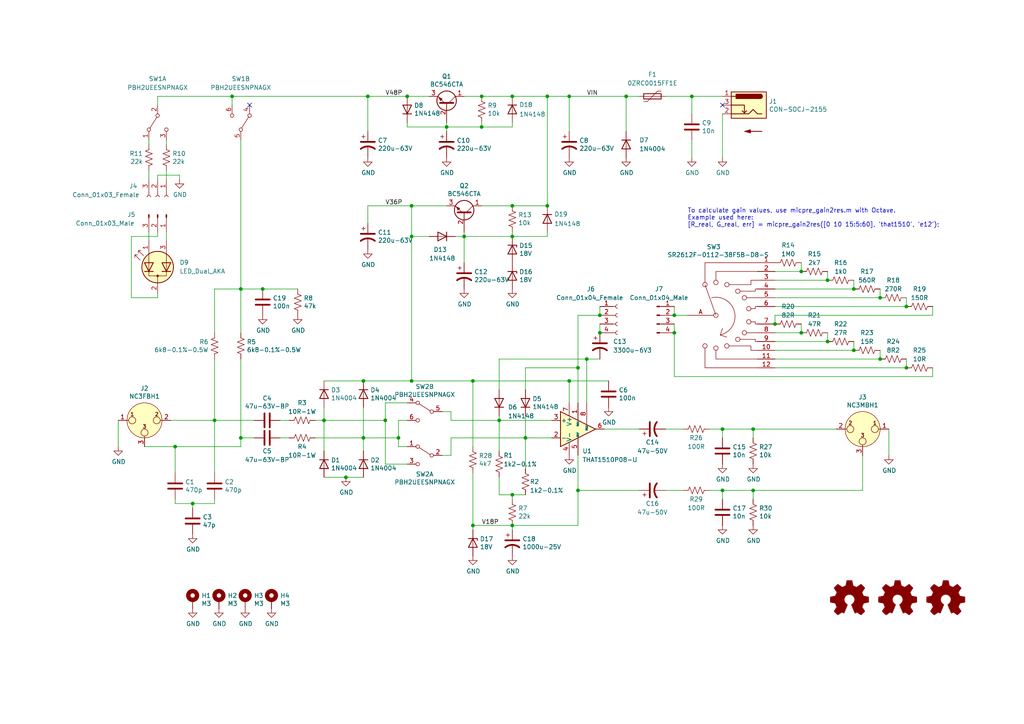
<source format=kicad_sch>
(kicad_sch (version 20211123) (generator eeschema)
  (paper "A4")
  (title_block (title "ThatMicPre") (date "2020-06-07") (rev "1.1") (company "github.com/ojg/thatmicpre"))
  (lib_symbols
    (symbol "Amplifier_Audio:SSM2017P" (pin_names (offset 0.127))
      (property "Reference" "U" (at 7.62 5.08 0))
      (property "Value" "SSM2017P" (at 7.62 2.54 0))
      (symbol "SSM2017P_1_1"
        (pin input line (at 0 7.62 270) (length 5.08) (name "RG1") (number "1"))
        (pin input line (at -7.62 -2.54 0) (length 2.54) (name "-") (number "2"))
        (pin input line (at -7.62 2.54 0) (length 2.54) (name "+") (number "3"))
        (pin power_in line (at -2.54 -7.62 90) (length 3.81) (name "V-") (number "4"))
        (pin input line (at 0 -7.62 90) (length 5.08) (name "REF") (number "5"))
        (pin output line (at 7.62 0 180) (length 2.54) (name "~") (number "6"))
        (pin power_in line (at -2.54 7.62 270) (length 3.81) (name "V+") (number "7"))
        (pin input line (at 2.54 7.62 270) (length 6.35) (name "RG2") (number "8"))
      )
    )
    (symbol "Connector:Barrel_Jack_Switch" (pin_names hide)
      (property "Reference" "J" (at 0 5.334 0))
      (property "Value" "Barrel_Jack_Switch" (at 0 -5.08 0))
      (symbol "Barrel_Jack_Switch_1_1"
        (pin passive line (at 7.62 2.54 180) (length 2.54) (name "~") (number "1"))
        (pin passive line (at 7.62 -2.54 180) (length 2.54) (name "~") (number "2"))
        (pin passive line (at 7.62 0 180) (length 2.54) (name "~") (number "3"))
      )
    )
    (symbol "Connector:Conn_01x03_Female" (pin_names (offset 1.016) hide)
      (property "Reference" "J" (at 0 5.08 0))
      (property "Value" "Conn_01x03_Female" (at 0 -5.08 0))
      (symbol "Conn_01x03_Female_1_1"
        (pin passive line (at -5.08 2.54 0) (length 3.81) (name "Pin_1") (number "1"))
        (pin passive line (at -5.08 0 0) (length 3.81) (name "Pin_2") (number "2"))
        (pin passive line (at -5.08 -2.54 0) (length 3.81) (name "Pin_3") (number "3"))
      )
    )
    (symbol "Connector:Conn_01x03_Male" (pin_names (offset 1.016) hide)
      (property "Reference" "J" (at 0 5.08 0))
      (property "Value" "Conn_01x03_Male" (at 0 -5.08 0))
      (symbol "Conn_01x03_Male_1_1"
        (pin passive line (at 5.08 2.54 180) (length 3.81) (name "Pin_1") (number "1"))
        (pin passive line (at 5.08 0 180) (length 3.81) (name "Pin_2") (number "2"))
        (pin passive line (at 5.08 -2.54 180) (length 3.81) (name "Pin_3") (number "3"))
      )
    )
    (symbol "Connector:Conn_01x04_Female" (pin_names (offset 1.016) hide)
      (property "Reference" "J" (at 0 5.08 0))
      (property "Value" "Conn_01x04_Female" (at 0 -7.62 0))
      (symbol "Conn_01x04_Female_1_1"
        (pin passive line (at -5.08 2.54 0) (length 3.81) (name "Pin_1") (number "1"))
        (pin passive line (at -5.08 0 0) (length 3.81) (name "Pin_2") (number "2"))
        (pin passive line (at -5.08 -2.54 0) (length 3.81) (name "Pin_3") (number "3"))
        (pin passive line (at -5.08 -5.08 0) (length 3.81) (name "Pin_4") (number "4"))
      )
    )
    (symbol "Connector:Conn_01x04_Male" (pin_names (offset 1.016) hide)
      (property "Reference" "J" (at 0 5.08 0))
      (property "Value" "Conn_01x04_Male" (at 0 -7.62 0))
      (symbol "Conn_01x04_Male_1_1"
        (pin passive line (at 5.08 2.54 180) (length 3.81) (name "Pin_1") (number "1"))
        (pin passive line (at 5.08 0 180) (length 3.81) (name "Pin_2") (number "2"))
        (pin passive line (at 5.08 -2.54 180) (length 3.81) (name "Pin_3") (number "3"))
        (pin passive line (at 5.08 -5.08 180) (length 3.81) (name "Pin_4") (number "4"))
      )
    )
    (symbol "Connector:XLR3" (pin_names hide)
      (property "Reference" "J" (at 0 8.89 0))
      (property "Value" "XLR3" (at 0 6.35 0))
      (symbol "XLR3_0_1"
        (text "1" (at -3.556 1.778 0) (effects (font (size 1.016 1.016) bold)))
        (text "2" (at 3.556 1.778 0) (effects (font (size 1.016 1.016) bold)))
        (text "3" (at 0 -1.778 0) (effects (font (size 1.016 1.016) bold)))
        (pin passive line (at -7.62 0 0) (length 2.54) (name "~") (number "1"))
        (pin passive line (at 7.62 0 180) (length 2.54) (name "~") (number "2"))
        (pin passive line (at 0 -7.62 90) (length 2.54) (name "~") (number "3"))
      )
    )
    (symbol "Device:C" (pin_numbers hide) (pin_names (offset 0.254))
      (property "Reference" "C" (at 0.635 2.54 0))
      (property "Value" "C" (at 0.635 -2.54 0))
      (symbol "C_1_1"
        (pin passive line (at 0 3.81 270) (length 2.794) (name "~") (number "1"))
        (pin passive line (at 0 -3.81 90) (length 2.794) (name "~") (number "2"))
      )
    )
    (symbol "Device:C_Polarized_US" (pin_numbers hide) (pin_names (offset 0.254) hide)
      (property "Reference" "C" (at 0.635 2.54 0))
      (property "Value" "C_Polarized_US" (at 0.635 -2.54 0))
      (symbol "C_Polarized_US_1_1"
        (pin passive line (at 0 3.81 270) (length 2.794) (name "~") (number "1"))
        (pin passive line (at 0 -3.81 90) (length 3.302) (name "~") (number "2"))
      )
    )
    (symbol "Device:D" (pin_numbers hide) (pin_names (offset 1.016) hide)
      (property "Reference" "D" (at 0 2.54 0))
      (property "Value" "D" (at 0 -2.54 0))
      (symbol "D_1_1"
        (pin passive line (at -3.81 0 0) (length 2.54) (name "K") (number "1"))
        (pin passive line (at 3.81 0 180) (length 2.54) (name "A") (number "2"))
      )
    )
    (symbol "Device:D_Zener" (pin_numbers hide) (pin_names (offset 1.016) hide)
      (property "Reference" "D" (at 0 2.54 0))
      (property "Value" "D_Zener" (at 0 -2.54 0))
      (symbol "D_Zener_1_1"
        (pin passive line (at -3.81 0 0) (length 2.54) (name "K") (number "1"))
        (pin passive line (at 3.81 0 180) (length 2.54) (name "A") (number "2"))
      )
    )
    (symbol "Device:LED_Dual_AKA" (pin_names (offset 0) hide)
      (property "Reference" "D" (at 0 5.715 0))
      (property "Value" "LED_Dual_AKA" (at 0 -6.35 0))
      (symbol "LED_Dual_AKA_1_1"
        (pin input line (at 7.62 2.54 180) (length 3.81) (name "A1") (number "1"))
        (pin input line (at -7.62 0 0) (length 3.048) (name "K") (number "2"))
        (pin input line (at 7.62 -2.54 180) (length 3.81) (name "A2") (number "3"))
      )
    )
    (symbol "Device:Polyfuse" (pin_numbers hide) (pin_names (offset 0))
      (property "Reference" "F" (at -2.54 0 90))
      (property "Value" "Polyfuse" (at 2.54 0 90))
      (symbol "Polyfuse_1_1"
        (pin passive line (at 0 3.81 270) (length 1.27) (name "~") (number "1"))
        (pin passive line (at 0 -3.81 90) (length 1.27) (name "~") (number "2"))
      )
    )
    (symbol "Device:Q_NPN_CBE" (pin_names (offset 0) hide)
      (property "Reference" "Q" (at 5.08 1.27 0))
      (property "Value" "Q_NPN_CBE" (at 5.08 -1.27 0))
      (symbol "Q_NPN_CBE_1_1"
        (pin passive line (at 2.54 5.08 270) (length 2.54) (name "C") (number "1"))
        (pin input line (at -5.08 0 0) (length 5.715) (name "B") (number "2"))
        (pin passive line (at 2.54 -5.08 90) (length 2.54) (name "E") (number "3"))
      )
    )
    (symbol "Device:R_US" (pin_numbers hide) (pin_names (offset 0))
      (property "Reference" "R" (at 2.54 0 90))
      (property "Value" "R_US" (at -2.54 0 90))
      (symbol "R_US_1_1"
        (pin passive line (at 0 3.81 270) (length 1.27) (name "~") (number "1"))
        (pin passive line (at 0 -3.81 90) (length 1.27) (name "~") (number "2"))
      )
    )
    (symbol "Graphic:Logo_Open_Hardware_Small" (pin_names (offset 1.016)))
    (symbol "Graphic:SYM_Arrow_Normal" (pin_names (offset 1.016)))
    (symbol "Mechanical:MountingHole_Pad" (pin_numbers hide) (pin_names (offset 1.016) hide)
      (property "Reference" "H" (at 0 6.35 0))
      (property "Value" "MountingHole_Pad" (at 0 4.445 0))
      (symbol "MountingHole_Pad_1_1"
        (pin input line (at 0 -2.54 90) (length 2.54) (name "1") (number "1"))
      )
    )
    (symbol "Switch:SW_DPDT_x2" (pin_names (offset 0) hide)
      (property "Reference" "SW" (at 0 4.318 0))
      (property "Value" "SW_DPDT_x2" (at 0 -5.08 0))
      (symbol "SW_DPDT_x2_1_1"
        (pin passive line (at 5.08 2.54 180) (length 2.54) (name "A") (number "1"))
        (pin passive line (at -5.08 0 0) (length 2.54) (name "B") (number "2"))
        (pin passive line (at 5.08 -2.54 180) (length 2.54) (name "C") (number "3"))
      )
      (symbol "SW_DPDT_x2_2_1"
        (pin passive line (at 5.08 2.54 180) (length 2.54) (name "A") (number "4"))
        (pin passive line (at -5.08 0 0) (length 2.54) (name "B") (number "5"))
        (pin passive line (at 5.08 -2.54 180) (length 2.54) (name "C") (number "6"))
      )
    )
    (symbol "power:GND" (power) (pin_names (offset 0))
      (property "Value" "GND" (at 0 -3.81 0))
      (symbol "GND_1_1"
        (pin power_in line (at 0 0 270) (length 0) hide (name "GND") (number "1"))
      )
    )
    (symbol "thatmicpre:SW_Rotary12" (pin_names (offset 1.016) hide)
      (property "Reference" "SW" (at 0 17.78 0))
      (property "Value" "SW_Rotary12" (at 0 -17.78 0))
      (symbol "SW_Rotary12_0_1"
        (pin passive line (at 10.16 15.24 180) (length 5.08) (name "1") (number "1"))
        (pin passive line (at 10.16 -10.16 180) (length 5.08) (name "10") (number "10"))
        (pin passive line (at 10.16 -12.7 180) (length 5.08) (name "11") (number "11"))
        (pin passive line (at 10.16 -15.24 180) (length 5.08) (name "12") (number "12"))
        (pin passive line (at 10.16 12.7 180) (length 5.08) (name "2") (number "2"))
        (pin passive line (at 10.16 10.16 180) (length 5.08) (name "3") (number "3"))
        (pin passive line (at 10.16 7.62 180) (length 5.08) (name "4") (number "4"))
        (pin passive line (at 10.16 5.08 180) (length 5.08) (name "5") (number "5"))
        (pin passive line (at 10.16 2.54 180) (length 5.08) (name "6") (number "6"))
        (pin passive line (at 10.16 -2.54 180) (length 5.08) (name "7") (number "7"))
        (pin passive line (at 10.16 -5.08 180) (length 5.08) (name "8") (number "8"))
        (pin passive line (at 10.16 -7.62 180) (length 5.08) (name "9") (number "9"))
        (pin passive line (at -15.24 0 0) (length 7.62) (name "A") (number "A"))
      )
    )
  )
  (junction (at 232.41 78.74))
  (junction (at 148.59 68.58))
  (junction (at 129.54 36.83))
  (junction (at 181.61 27.94))
  (junction (at 170.18 104.14))
  (junction (at 165.1 110.49))
  (junction (at 106.68 27.94))
  (junction (at 119.38 110.49))
  (junction (at 62.23 121.92))
  (junction (at 105.41 127))
  (junction (at 148.59 143.51))
  (junction (at 137.16 152.4))
  (junction (at 224.79 93.98))
  (junction (at 255.27 86.36))
  (junction (at 218.44 124.46))
  (junction (at 195.58 96.52))
  (junction (at 240.03 99.06))
  (junction (at 111.76 121.92))
  (junction (at 255.27 104.14))
  (junction (at 69.85 83.82))
  (junction (at 173.99 96.52))
  (junction (at 209.55 142.24))
  (junction (at 200.66 27.94))
  (junction (at 137.16 110.49))
  (junction (at 152.4 127))
  (junction (at 93.98 121.92))
  (junction (at 55.88 146.05))
  (junction (at 134.62 68.58))
  (junction (at 50.8 129.54))
  (junction (at 119.38 59.69))
  (junction (at 167.64 142.24))
  (junction (at 148.59 152.4))
  (junction (at 67.31 27.94))
  (junction (at 144.78 121.92))
  (junction (at 100.33 138.43))
  (junction (at 115.57 127))
  (junction (at 158.75 59.69))
  (junction (at 69.85 127))
  (junction (at 232.41 96.52))
  (junction (at 240.03 81.28))
  (junction (at 148.59 27.94))
  (junction (at 209.55 124.46))
  (junction (at 218.44 142.24))
  (junction (at 262.89 88.9))
  (junction (at 247.65 83.82))
  (junction (at 139.7 36.83))
  (junction (at 148.59 59.69))
  (junction (at 247.65 101.6))
  (junction (at 76.2 83.82))
  (junction (at 165.1 27.94))
  (junction (at 262.89 106.68))
  (junction (at 118.11 27.94))
  (junction (at 105.41 110.49))
  (junction (at 173.99 91.44))
  (junction (at 119.38 68.58))
  (junction (at 167.64 106.68))
  (junction (at 158.75 27.94))
  (junction (at 139.7 27.94))
  (junction (at 195.58 91.44))
  (no_connect (at 72.39 30.48))
  (no_connect (at 209.55 30.48))
  (wire (pts (xy 170.18 104.14) (xy 170.18 116.84)))
  (wire (pts (xy 200.66 40.64) (xy 200.66 45.72)))
  (wire (pts (xy 181.61 27.94) (xy 185.42 27.94)))
  (wire (pts (xy 255.27 101.6) (xy 255.27 104.14)))
  (wire (pts (xy 76.2 83.82) (xy 69.85 83.82)))
  (wire (pts (xy 209.55 144.78) (xy 209.55 142.24)))
  (wire (pts (xy 119.38 59.69) (xy 129.54 59.69)))
  (wire (pts (xy 67.31 27.94) (xy 106.68 27.94)))
  (wire (pts (xy 69.85 104.14) (xy 69.85 127)))
  (wire (pts (xy 205.74 142.24) (xy 209.55 142.24)))
  (wire (pts (xy 148.59 68.58) (xy 148.59 67.31)))
  (wire (pts (xy 148.59 27.94) (xy 158.75 27.94)))
  (wire (pts (xy 45.72 85.09) (xy 45.72 86.36)))
  (wire (pts (xy 106.68 64.77) (xy 106.68 59.69)))
  (wire (pts (xy 137.16 137.16) (xy 137.16 152.4)))
  (wire (pts (xy 240.03 78.74) (xy 240.03 81.28)))
  (wire (pts (xy 134.62 27.94) (xy 139.7 27.94)))
  (wire (pts (xy 137.16 129.54) (xy 137.16 110.49)))
  (wire (pts (xy 167.64 91.44) (xy 173.99 91.44)))
  (wire (pts (xy 185.42 124.46) (xy 175.26 124.46)))
  (wire (pts (xy 129.54 38.1) (xy 129.54 36.83)))
  (wire (pts (xy 193.04 27.94) (xy 200.66 27.94)))
  (wire (pts (xy 195.58 96.52) (xy 195.58 109.22)))
  (wire (pts (xy 137.16 153.67) (xy 137.16 152.4)))
  (wire (pts (xy 160.02 127) (xy 152.4 127)))
  (wire (pts (xy 224.79 93.98) (xy 224.79 91.44)))
  (wire (pts (xy 137.16 110.49) (xy 165.1 110.49)))
  (wire (pts (xy 50.8 137.16) (xy 50.8 129.54)))
  (wire (pts (xy 69.85 127) (xy 69.85 129.54)))
  (wire (pts (xy 93.98 121.92) (xy 93.98 130.81)))
  (wire (pts (xy 224.79 81.28) (xy 240.03 81.28)))
  (wire (pts (xy 167.64 152.4) (xy 167.64 142.24)))
  (wire (pts (xy 106.68 38.1) (xy 106.68 27.94)))
  (wire (pts (xy 247.65 81.28) (xy 247.65 83.82)))
  (wire (pts (xy 105.41 127) (xy 105.41 118.11)))
  (wire (pts (xy 148.59 143.51) (xy 152.4 143.51)))
  (wire (pts (xy 105.41 110.49) (xy 119.38 110.49)))
  (wire (pts (xy 224.79 106.68) (xy 262.89 106.68)))
  (wire (pts (xy 224.79 96.52) (xy 232.41 96.52)))
  (wire (pts (xy 144.78 143.51) (xy 148.59 143.51)))
  (wire (pts (xy 152.4 120.65) (xy 152.4 127)))
  (wire (pts (xy 130.81 121.92) (xy 144.78 121.92)))
  (wire (pts (xy 129.54 35.56) (xy 129.54 36.83)))
  (wire (pts (xy 224.79 99.06) (xy 240.03 99.06)))
  (wire (pts (xy 218.44 124.46) (xy 242.57 124.46)))
  (wire (pts (xy 93.98 138.43) (xy 100.33 138.43)))
  (wire (pts (xy 105.41 130.81) (xy 105.41 127)))
  (wire (pts (xy 83.82 121.92) (xy 81.28 121.92)))
  (wire (pts (xy 255.27 83.82) (xy 255.27 86.36)))
  (wire (pts (xy 130.81 119.38) (xy 130.81 121.92)))
  (wire (pts (xy 139.7 36.83) (xy 139.7 35.56)))
  (wire (pts (xy 134.62 68.58) (xy 148.59 68.58)))
  (wire (pts (xy 247.65 83.82) (xy 224.79 83.82)))
  (wire (pts (xy 209.55 33.02) (xy 209.55 45.72)))
  (wire (pts (xy 148.59 153.67) (xy 148.59 152.4)))
  (wire (pts (xy 43.18 40.64) (xy 43.18 41.91)))
  (wire (pts (xy 198.12 142.24) (xy 193.04 142.24)))
  (wire (pts (xy 144.78 143.51) (xy 144.78 138.43)))
  (wire (pts (xy 232.41 93.98) (xy 232.41 96.52)))
  (wire (pts (xy 224.79 88.9) (xy 262.89 88.9)))
  (wire (pts (xy 224.79 86.36) (xy 255.27 86.36)))
  (wire (pts (xy 158.75 68.58) (xy 148.59 68.58)))
  (wire (pts (xy 48.26 67.31) (xy 48.26 69.85)))
  (wire (pts (xy 106.68 27.94) (xy 118.11 27.94)))
  (wire (pts (xy 240.03 96.52) (xy 240.03 99.06)))
  (wire (pts (xy 55.88 147.32) (xy 55.88 146.05)))
  (wire (pts (xy 115.57 127) (xy 115.57 129.54)))
  (wire (pts (xy 195.58 88.9) (xy 195.58 91.44)))
  (wire (pts (xy 148.59 35.56) (xy 148.59 36.83)))
  (wire (pts (xy 45.72 67.31) (xy 45.72 68.58)))
  (wire (pts (xy 76.2 83.82) (xy 86.36 83.82)))
  (wire (pts (xy 45.72 50.8) (xy 52.07 50.8)))
  (wire (pts (xy 144.78 120.65) (xy 144.78 121.92)))
  (wire (pts (xy 218.44 142.24) (xy 250.19 142.24)))
  (wire (pts (xy 115.57 121.92) (xy 115.57 127)))
  (wire (pts (xy 50.8 146.05) (xy 55.88 146.05)))
  (wire (pts (xy 152.4 135.89) (xy 152.4 127)))
  (wire (pts (xy 119.38 110.49) (xy 137.16 110.49)))
  (wire (pts (xy 83.82 127) (xy 81.28 127)))
  (wire (pts (xy 45.72 27.94) (xy 67.31 27.94)))
  (wire (pts (xy 93.98 118.11) (xy 93.98 121.92)))
  (wire (pts (xy 170.18 104.14) (xy 173.99 104.14)))
  (wire (pts (xy 224.79 91.44) (xy 270.51 91.44)))
  (wire (pts (xy 38.1 68.58) (xy 38.1 86.36)))
  (wire (pts (xy 118.11 121.92) (xy 115.57 121.92)))
  (wire (pts (xy 165.1 110.49) (xy 176.53 110.49)))
  (wire (pts (xy 167.64 91.44) (xy 167.64 106.68)))
  (wire (pts (xy 38.1 86.36) (xy 45.72 86.36)))
  (wire (pts (xy 118.11 35.56) (xy 118.11 36.83)))
  (wire (pts (xy 198.12 124.46) (xy 193.04 124.46)))
  (wire (pts (xy 137.16 152.4) (xy 148.59 152.4)))
  (wire (pts (xy 270.51 109.22) (xy 270.51 106.68)))
  (wire (pts (xy 100.33 138.43) (xy 105.41 138.43)))
  (wire (pts (xy 160.02 121.92) (xy 144.78 121.92)))
  (wire (pts (xy 132.08 68.58) (xy 134.62 68.58)))
  (wire (pts (xy 111.76 134.62) (xy 111.76 121.92)))
  (wire (pts (xy 34.29 129.54) (xy 34.29 121.92)))
  (wire (pts (xy 124.46 68.58) (xy 119.38 68.58)))
  (wire (pts (xy 257.81 132.08) (xy 257.81 124.46)))
  (wire (pts (xy 270.51 91.44) (xy 270.51 88.9)))
  (wire (pts (xy 144.78 130.81) (xy 144.78 121.92)))
  (wire (pts (xy 45.72 30.48) (xy 45.72 27.94)))
  (wire (pts (xy 62.23 121.92) (xy 73.66 121.92)))
  (wire (pts (xy 118.11 129.54) (xy 115.57 129.54)))
  (wire (pts (xy 247.65 99.06) (xy 247.65 101.6)))
  (wire (pts (xy 50.8 144.78) (xy 50.8 146.05)))
  (wire (pts (xy 45.72 68.58) (xy 38.1 68.58)))
  (wire (pts (xy 130.81 132.08) (xy 128.27 132.08)))
  (wire (pts (xy 105.41 127) (xy 115.57 127)))
  (wire (pts (xy 195.58 91.44) (xy 199.39 91.44)))
  (wire (pts (xy 181.61 38.1) (xy 181.61 27.94)))
  (wire (pts (xy 43.18 49.53) (xy 43.18 52.07)))
  (wire (pts (xy 93.98 110.49) (xy 105.41 110.49)))
  (wire (pts (xy 148.59 27.94) (xy 139.7 27.94)))
  (wire (pts (xy 139.7 59.69) (xy 148.59 59.69)))
  (wire (pts (xy 111.76 121.92) (xy 111.76 116.84)))
  (wire (pts (xy 62.23 121.92) (xy 62.23 137.16)))
  (wire (pts (xy 173.99 88.9) (xy 173.99 91.44)))
  (wire (pts (xy 262.89 104.14) (xy 262.89 106.68)))
  (wire (pts (xy 224.79 101.6) (xy 247.65 101.6)))
  (wire (pts (xy 224.79 104.14) (xy 255.27 104.14)))
  (wire (pts (xy 167.64 142.24) (xy 167.64 132.08)))
  (wire (pts (xy 118.11 134.62) (xy 111.76 134.62)))
  (wire (pts (xy 55.88 146.05) (xy 62.23 146.05)))
  (wire (pts (xy 69.85 83.82) (xy 62.23 83.82)))
  (wire (pts (xy 69.85 96.52) (xy 69.85 83.82)))
  (wire (pts (xy 232.41 78.74) (xy 224.79 78.74)))
  (wire (pts (xy 262.89 86.36) (xy 262.89 88.9)))
  (wire (pts (xy 200.66 27.94) (xy 209.55 27.94)))
  (wire (pts (xy 118.11 27.94) (xy 124.46 27.94)))
  (wire (pts (xy 62.23 104.14) (xy 62.23 121.92)))
  (wire (pts (xy 129.54 36.83) (xy 139.7 36.83)))
  (wire (pts (xy 119.38 68.58) (xy 119.38 110.49)))
  (wire (pts (xy 165.1 110.49) (xy 165.1 116.84)))
  (wire (pts (xy 148.59 152.4) (xy 167.64 152.4)))
  (wire (pts (xy 91.44 121.92) (xy 93.98 121.92)))
  (wire (pts (xy 158.75 67.31) (xy 158.75 68.58)))
  (wire (pts (xy 62.23 146.05) (xy 62.23 144.78)))
  (wire (pts (xy 130.81 119.38) (xy 128.27 119.38)))
  (wire (pts (xy 250.19 142.24) (xy 250.19 132.08)))
  (wire (pts (xy 48.26 49.53) (xy 48.26 52.07)))
  (wire (pts (xy 205.74 124.46) (xy 209.55 124.46)))
  (wire (pts (xy 69.85 127) (xy 73.66 127)))
  (wire (pts (xy 134.62 68.58) (xy 134.62 76.2)))
  (wire (pts (xy 167.64 106.68) (xy 167.64 116.84)))
  (wire (pts (xy 185.42 142.24) (xy 167.64 142.24)))
  (wire (pts (xy 50.8 129.54) (xy 69.85 129.54)))
  (wire (pts (xy 152.4 106.68) (xy 167.64 106.68)))
  (wire (pts (xy 144.78 104.14) (xy 170.18 104.14)))
  (wire (pts (xy 134.62 67.31) (xy 134.62 68.58)))
  (wire (pts (xy 41.91 129.54) (xy 50.8 129.54)))
  (wire (pts (xy 69.85 40.64) (xy 69.85 83.82)))
  (wire (pts (xy 67.31 27.94) (xy 67.31 30.48)))
  (wire (pts (xy 148.59 144.78) (xy 148.59 143.51)))
  (wire (pts (xy 148.59 59.69) (xy 158.75 59.69)))
  (wire (pts (xy 165.1 27.94) (xy 165.1 38.1)))
  (wire (pts (xy 158.75 59.69) (xy 158.75 27.94)))
  (wire (pts (xy 232.41 76.2) (xy 232.41 78.74)))
  (wire (pts (xy 200.66 33.02) (xy 200.66 27.94)))
  (wire (pts (xy 209.55 142.24) (xy 218.44 142.24)))
  (wire (pts (xy 209.55 127) (xy 209.55 124.46)))
  (wire (pts (xy 91.44 127) (xy 105.41 127)))
  (wire (pts (xy 218.44 127) (xy 218.44 124.46)))
  (wire (pts (xy 158.75 27.94) (xy 165.1 27.94)))
  (wire (pts (xy 52.07 50.8) (xy 52.07 52.07)))
  (wire (pts (xy 43.18 67.31) (xy 43.18 69.85)))
  (wire (pts (xy 173.99 93.98) (xy 173.99 96.52)))
  (wire (pts (xy 62.23 121.92) (xy 49.53 121.92)))
  (wire (pts (xy 130.81 127) (xy 152.4 127)))
  (wire (pts (xy 195.58 93.98) (xy 195.58 96.52)))
  (wire (pts (xy 119.38 59.69) (xy 119.38 68.58)))
  (wire (pts (xy 144.78 113.03) (xy 144.78 104.14)))
  (wire (pts (xy 195.58 109.22) (xy 270.51 109.22)))
  (wire (pts (xy 209.55 124.46) (xy 218.44 124.46)))
  (wire (pts (xy 106.68 59.69) (xy 119.38 59.69)))
  (wire (pts (xy 45.72 52.07) (xy 45.72 50.8)))
  (wire (pts (xy 165.1 27.94) (xy 181.61 27.94)))
  (wire (pts (xy 48.26 40.64) (xy 48.26 41.91)))
  (wire (pts (xy 62.23 83.82) (xy 62.23 96.52)))
  (wire (pts (xy 152.4 113.03) (xy 152.4 106.68)))
  (wire (pts (xy 218.44 144.78) (xy 218.44 142.24)))
  (wire (pts (xy 118.11 36.83) (xy 129.54 36.83)))
  (wire (pts (xy 111.76 116.84) (xy 118.11 116.84)))
  (wire (pts (xy 148.59 36.83) (xy 139.7 36.83)))
  (wire (pts (xy 93.98 121.92) (xy 111.76 121.92)))
  (wire (pts (xy 130.81 132.08) (xy 130.81 127)))
  (text "To calculate gain values, use micpre_gain2res.m with Octave.\nExample used here:\n[R_real, G_real, err] = micpre_gain2res([0 10 15:5:60], 'that1510', 'e12');" (at 199.39 66.04 0) (effects (font (size 1.27 1.27)) (justify left bottom)))
  (label "VIN" (at 170.18 27.94 0))
  (label "V48P" (at 111.76 27.94 0))
  (label "V18P" (at 139.7 152.4 0))
  (label "V36P" (at 111.76 59.69 0))
  (symbol (lib_id "Amplifier_Audio:SSM2017P") (at 167.64 124.46 0) (unit 1)
    (property "Reference" "U1" (at 168.91 130.81 0) (effects (justify left)))
    (property "Value" "THAT1510P08-U" (at 168.91 133.35 0) (effects (justify left)))
    (property "Footprint" "Package_DIP:DIP-8_W7.62mm" (effects hide))
    (property "Vendor" "THAT Corp" (effects hide))
  )
  (symbol (lib_id "Device:R_US") (at 62.23 100.33 0) (mirror y) (unit 1)
    (property "Reference" "R6" (at 60.5028 99.1616 0) (effects (justify left)))
    (property "Value" "6k8-0.1%-0.5W" (at 60.5028 101.473 0) (effects (justify left)))
    (property "Footprint" "Resistor_THT:R_Axial_DIN0207_L6.3mm_D2.5mm_P10.16mm_Horizontal" (effects hide))
    (property "Vendor" "CMF556K8100BEEK" (effects hide))
  )
  (symbol (lib_id "Device:R_US") (at 69.85 100.33 0) (unit 1)
    (property "Reference" "R5" (at 71.5772 99.1616 0) (effects (justify left)))
    (property "Value" "6k8-0.1%-0.5W" (at 71.5772 101.473 0) (effects (justify left)))
    (property "Footprint" "Resistor_THT:R_Axial_DIN0207_L6.3mm_D2.5mm_P10.16mm_Horizontal" (effects hide))
    (property "Vendor" "CMF556K8100BEEK" (effects hide))
  )
  (symbol (lib_id "Device:C") (at 77.47 121.92 90) (mirror x) (unit 1)
    (property "Reference" "C4" (at 77.47 115.5192 90))
    (property "Value" "47u-63V-BP" (at 77.47 117.8306 90))
    (property "Footprint" "Capacitor_THT:C_Radial_D10.0mm_H16.0mm_P5.00mm" (effects hide))
    (property "Vendor" "UVP1J470MPD" (effects hide))
  )
  (symbol (lib_id "Device:C") (at 77.47 127 90) (unit 1)
    (property "Reference" "C5" (at 77.47 130.81 90))
    (property "Value" "47u-63V-BP" (at 77.47 133.35 90))
    (property "Footprint" "Capacitor_THT:C_Radial_D10.0mm_H16.0mm_P5.00mm" (effects hide))
    (property "Vendor" "UVP1J470MPD" (effects hide))
  )
  (symbol (lib_id "Device:R_US") (at 144.78 134.62 0) (unit 1)
    (property "Reference" "R1" (at 146.05 132.08 0) (effects (justify left)))
    (property "Value" "1k2-0.1%" (at 146.05 134.62 0) (effects (justify left)))
    (property "Footprint" "Resistor_THT:R_Axial_DIN0207_L6.3mm_D2.5mm_P10.16mm_Horizontal" (effects hide))
    (property "Vendor" "YR1B1K21CC" (effects hide))
  )
  (symbol (lib_id "Device:R_US") (at 152.4 139.7 0) (unit 1)
    (property "Reference" "R2" (at 153.67 139.7 0) (effects (justify left)))
    (property "Value" "1k2-0.1%" (at 153.67 142.24 0) (effects (justify left)))
    (property "Footprint" "Resistor_THT:R_Axial_DIN0207_L6.3mm_D2.5mm_P10.16mm_Horizontal" (effects hide))
    (property "Vendor" "YR1B1K21CC" (effects hide))
  )
  (symbol (lib_id "Device:R_US") (at 148.59 148.59 0) (unit 1)
    (property "Reference" "R7" (at 150.3172 147.4216 0) (effects (justify left)))
    (property "Value" "22k" (at 150.3172 149.733 0) (effects (justify left)))
    (property "Footprint" "Resistor_THT:R_Axial_DIN0207_L6.3mm_D2.5mm_P10.16mm_Horizontal" (effects hide))
    (property "Vendor" "MBB02070C2202FCT00" (effects hide))
  )
  (symbol (lib_id "Device:R_US") (at 87.63 127 270) (unit 1)
    (property "Reference" "R4" (at 87.63 129.54 90))
    (property "Value" "10R-1W" (at 87.63 132.08 90))
    (property "Footprint" "Resistor_THT:R_Axial_DIN0207_L6.3mm_D2.5mm_P10.16mm_Horizontal" (effects hide))
    (property "Vendor" "CPF110R000FEB14" (effects hide))
  )
  (symbol (lib_id "Device:R_US") (at 87.63 121.92 270) (unit 1)
    (property "Reference" "R3" (at 87.63 116.84 90))
    (property "Value" "10R-1W" (at 87.63 119.38 90))
    (property "Footprint" "Resistor_THT:R_Axial_DIN0207_L6.3mm_D2.5mm_P10.16mm_Horizontal" (effects hide))
    (property "Vendor" "CPF110R000FEB14" (effects hide))
  )
  (symbol (lib_id "Device:D") (at 93.98 134.62 270) (unit 1)
    (property "Reference" "D1" (at 95.9866 133.4516 90) (effects (justify left)))
    (property "Value" "1N4004" (at 95.9866 135.763 90) (effects (justify left)))
    (property "Footprint" "Diode_THT:D_DO-41_SOD81_P10.16mm_Horizontal" (effects hide))
    (property "Vendor" "1N4004GP-E3/54" (effects hide))
  )
  (symbol (lib_id "Device:D") (at 105.41 134.62 270) (unit 1)
    (property "Reference" "D2" (at 107.4166 133.4516 90) (effects (justify left)))
    (property "Value" "1N4004" (at 107.4166 135.763 90) (effects (justify left)))
    (property "Footprint" "Diode_THT:D_DO-41_SOD81_P10.16mm_Horizontal" (effects hide))
    (property "Vendor" "1N4004GP-E3/54" (effects hide))
  )
  (symbol (lib_id "Device:D") (at 93.98 114.3 270) (unit 1)
    (property "Reference" "D3" (at 95.9866 113.1316 90) (effects (justify left)))
    (property "Value" "1N4004" (at 95.9866 115.443 90) (effects (justify left)))
    (property "Footprint" "Diode_THT:D_DO-41_SOD81_P10.16mm_Horizontal" (effects hide))
    (property "Vendor" "1N4004GP-E3/54" (effects hide))
  )
  (symbol (lib_id "Device:D") (at 105.41 114.3 270) (unit 1)
    (property "Reference" "D4" (at 107.4166 113.1316 90) (effects (justify left)))
    (property "Value" "1N4004" (at 107.4166 115.443 90) (effects (justify left)))
    (property "Footprint" "Diode_THT:D_DO-41_SOD81_P10.16mm_Horizontal" (effects hide))
    (property "Vendor" "1N4004GP-E3/54" (effects hide))
  )
  (symbol (lib_id "power:GND") (at 100.33 138.43 0) (unit 1)
    (property "Reference" "#PWR019" (effects hide))
    (property "Value" "GND" (at 100.457 142.8242 0))
  )
  (symbol (lib_id "power:GND") (at 165.1 132.08 0) (unit 1)
    (property "Reference" "#PWR015" (effects hide))
    (property "Value" "GND" (at 165.227 136.4742 0))
  )
  (symbol (lib_id "Device:R_US") (at 48.26 45.72 0) (unit 1)
    (property "Reference" "R10" (at 49.9872 44.5516 0) (effects (justify left)))
    (property "Value" "22k" (at 49.9872 46.863 0) (effects (justify left)))
    (property "Footprint" "Resistor_THT:R_Axial_DIN0207_L6.3mm_D2.5mm_P10.16mm_Horizontal" (effects hide))
    (property "Vendor" "MBB02070C2202FCT00" (effects hide))
  )
  (symbol (lib_id "power:GND") (at 52.07 52.07 0) (unit 1)
    (property "Reference" "#PWR01" (effects hide))
    (property "Value" "GND" (at 52.197 56.4642 0))
  )
  (symbol (lib_id "Device:R_US") (at 137.16 133.35 0) (unit 1)
    (property "Reference" "R28" (at 138.8872 132.1816 0) (effects (justify left)))
    (property "Value" "4k7" (at 138.8872 134.493 0) (effects (justify left)))
    (property "Footprint" "Resistor_THT:R_Axial_DIN0207_L6.3mm_D2.5mm_P10.16mm_Horizontal" (effects hide))
    (property "Vendor" "MBB02070C4701FCT00" (effects hide))
  )
  (symbol (lib_id "Device:D_Zener") (at 137.16 157.48 270) (unit 1)
    (property "Reference" "D17" (at 139.1666 156.3116 90) (effects (justify left)))
    (property "Value" "18V" (at 139.1666 158.623 90) (effects (justify left)))
    (property "Footprint" "Diode_THT:D_DO-34_SOD68_P7.62mm_Horizontal" (effects hide))
    (property "Vendor" "BZX55B18-TAP" (effects hide))
  )
  (symbol (lib_id "Device:C_Polarized_US") (at 148.59 157.48 0) (unit 1)
    (property "Reference" "C18" (at 151.511 156.3116 0) (effects (justify left)))
    (property "Value" "1000u-25V" (at 151.511 158.623 0) (effects (justify left)))
    (property "Footprint" "Capacitor_THT:CP_Radial_D10.0mm_P5.00mm" (effects hide))
    (property "Vendor" "UVZ1E102MPD1CM" (effects hide))
  )
  (symbol (lib_id "power:GND") (at 137.16 161.29 0) (unit 1)
    (property "Reference" "#PWR023" (effects hide))
    (property "Value" "GND" (at 137.287 165.6842 0))
  )
  (symbol (lib_id "power:GND") (at 148.59 161.29 0) (unit 1)
    (property "Reference" "#PWR024" (effects hide))
    (property "Value" "GND" (at 148.717 165.6842 0))
  )
  (symbol (lib_id "Device:Q_NPN_CBE") (at 129.54 30.48 270) (mirror x) (unit 1)
    (property "Reference" "Q1" (at 129.54 22.1488 90))
    (property "Value" "BC546CTA" (at 129.54 24.4602 90))
    (property "Footprint" "Package_TO_SOT_THT:TO-92_Inline_Wide" (effects hide))
    (property "Vendor" "BC546CTA" (effects hide))
    (property "Cmp name" "BC546CTA" (effects hide))
  )
  (symbol (lib_id "Device:R_US") (at 139.7 31.75 0) (unit 1)
    (property "Reference" "R9" (at 141.4272 30.5816 0) (effects (justify left)))
    (property "Value" "10k" (at 141.4272 32.893 0) (effects (justify left)))
    (property "Footprint" "Resistor_THT:R_Axial_DIN0207_L6.3mm_D2.5mm_P10.16mm_Horizontal" (effects hide))
    (property "Vendor" "MBB02070C1002FCT00" (effects hide))
  )
  (symbol (lib_id "Device:C_Polarized_US") (at 129.54 41.91 0) (unit 1)
    (property "Reference" "C10" (at 132.461 40.7416 0) (effects (justify left)))
    (property "Value" "220u-63V" (at 132.461 43.053 0) (effects (justify left)))
    (property "Footprint" "Capacitor_THT:CP_Radial_D10.0mm_P5.00mm" (effects hide))
    (property "Vendor" "UPW1J221MPD" (effects hide))
  )
  (symbol (lib_id "power:GND") (at 129.54 45.72 0) (unit 1)
    (property "Reference" "#PWR06" (effects hide))
    (property "Value" "GND" (at 129.667 50.1142 0))
  )
  (symbol (lib_id "Device:C_Polarized_US") (at 106.68 68.58 0) (unit 1)
    (property "Reference" "C11" (at 109.601 67.4116 0) (effects (justify left)))
    (property "Value" "220u-63V" (at 109.601 69.723 0) (effects (justify left)))
    (property "Footprint" "Capacitor_THT:CP_Radial_D10.0mm_P5.00mm" (effects hide))
    (property "Vendor" "UPW1J221MPD" (effects hide))
  )
  (symbol (lib_id "power:GND") (at 106.68 72.39 0) (unit 1)
    (property "Reference" "#PWR09" (effects hide))
    (property "Value" "GND" (at 106.807 76.7842 0))
  )
  (symbol (lib_id "Device:Q_NPN_CBE") (at 134.62 62.23 270) (mirror x) (unit 1)
    (property "Reference" "Q2" (at 134.62 53.8988 90))
    (property "Value" "BC546CTA" (at 134.62 56.2102 90))
    (property "Footprint" "Package_TO_SOT_THT:TO-92_Inline_Wide" (effects hide))
    (property "Vendor" "BC546CTA" (effects hide))
  )
  (symbol (lib_id "Device:R_US") (at 148.59 63.5 0) (unit 1)
    (property "Reference" "R13" (at 150.3172 62.3316 0) (effects (justify left)))
    (property "Value" "10k" (at 150.3172 64.643 0) (effects (justify left)))
    (property "Footprint" "Resistor_THT:R_Axial_DIN0207_L6.3mm_D2.5mm_P10.16mm_Horizontal" (effects hide))
    (property "Vendor" "MBB02070C1002FCT00" (effects hide))
  )
  (symbol (lib_id "Device:C_Polarized_US") (at 134.62 80.01 0) (unit 1)
    (property "Reference" "C12" (at 137.541 78.8416 0) (effects (justify left)))
    (property "Value" "220u-63V" (at 137.541 81.153 0) (effects (justify left)))
    (property "Footprint" "Capacitor_THT:CP_Radial_D10.0mm_P5.00mm" (effects hide))
    (property "Vendor" "UPW1J221MPD" (effects hide))
  )
  (symbol (lib_id "power:GND") (at 134.62 83.82 0) (unit 1)
    (property "Reference" "#PWR011" (effects hide))
    (property "Value" "GND" (at 134.747 88.2142 0))
  )
  (symbol (lib_id "power:GND") (at 148.59 83.82 0) (unit 1)
    (property "Reference" "#PWR012" (effects hide))
    (property "Value" "GND" (at 148.717 88.2142 0))
  )
  (symbol (lib_id "Device:C_Polarized_US") (at 165.1 41.91 0) (unit 1)
    (property "Reference" "C8" (at 168.021 40.7416 0) (effects (justify left)))
    (property "Value" "220u-63V" (at 168.021 43.053 0) (effects (justify left)))
    (property "Footprint" "Capacitor_THT:CP_Radial_D10.0mm_P5.00mm" (effects hide))
    (property "Vendor" "UPW1J221MPD" (effects hide))
  )
  (symbol (lib_id "power:GND") (at 165.1 45.72 0) (unit 1)
    (property "Reference" "#PWR03" (effects hide))
    (property "Value" "GND" (at 165.227 50.1142 0))
  )
  (symbol (lib_id "Connector:XLR3") (at 250.19 124.46 0) (mirror y) (unit 1)
    (property "Reference" "J3" (at 250.19 115.189 0))
    (property "Value" "NC3MBH1" (at 250.19 117.5004 0))
    (property "Footprint" "Connector_Audio:Jack_XLR_Neutrik_NC3MBH_Horizontal" (effects hide))
    (property "Datasheet" " ~" (effects hide))
    (property "Vendor" "Neutrik" (effects hide))
  )
  (symbol (lib_id "Device:C_Polarized_US") (at 189.23 124.46 90) (unit 1)
    (property "Reference" "C14" (at 189.23 128.27 90))
    (property "Value" "47u-50V" (at 189.23 130.81 90))
    (property "Footprint" "Capacitor_THT:CP_Radial_D6.3mm_P2.50mm" (effects hide))
    (property "Vendor" "UFW1H470MED1TD" (effects hide))
  )
  (symbol (lib_id "Device:R_US") (at 201.93 124.46 270) (unit 1)
    (property "Reference" "R26" (at 201.93 127 90))
    (property "Value" "100R" (at 201.93 129.54 90))
    (property "Footprint" "Resistor_THT:R_Axial_DIN0207_L6.3mm_D2.5mm_P10.16mm_Horizontal" (effects hide))
    (property "Vendor" "MFR50SFTE52-100R" (effects hide))
  )
  (symbol (lib_id "Device:R_US") (at 218.44 130.81 0) (unit 1)
    (property "Reference" "R27" (at 220.1672 129.6416 0) (effects (justify left)))
    (property "Value" "10k" (at 220.1672 131.953 0) (effects (justify left)))
    (property "Footprint" "Resistor_THT:R_Axial_DIN0207_L6.3mm_D2.5mm_P10.16mm_Horizontal" (effects hide))
    (property "Vendor" "MBB02070C1002FCT00" (effects hide))
  )
  (symbol (lib_id "Device:C") (at 209.55 130.81 0) (unit 1)
    (property "Reference" "C15" (at 212.471 129.6416 0) (effects (justify left)))
    (property "Value" "10n" (at 212.471 131.953 0) (effects (justify left)))
    (property "Footprint" "Capacitor_THT:C_Rect_L7.2mm_W3.0mm_P5.00mm_FKS2_FKP2_MKS2_MKP2" (effects hide))
    (property "Vendor" "PHE426DJ5100JR05" (effects hide))
  )
  (symbol (lib_id "power:GND") (at 218.44 134.62 0) (unit 1)
    (property "Reference" "#PWR018" (effects hide))
    (property "Value" "GND" (at 218.567 139.0142 0))
  )
  (symbol (lib_id "power:GND") (at 209.55 134.62 0) (unit 1)
    (property "Reference" "#PWR017" (effects hide))
    (property "Value" "GND" (at 209.677 139.0142 0))
  )
  (symbol (lib_id "Device:R_US") (at 201.93 142.24 270) (unit 1)
    (property "Reference" "R29" (at 201.93 144.78 90))
    (property "Value" "100R" (at 201.93 147.32 90))
    (property "Footprint" "Resistor_THT:R_Axial_DIN0207_L6.3mm_D2.5mm_P10.16mm_Horizontal" (effects hide))
    (property "Vendor" "MFR50SFTE52-100R" (effects hide))
  )
  (symbol (lib_id "Device:R_US") (at 218.44 148.59 0) (unit 1)
    (property "Reference" "R30" (at 220.1672 147.4216 0) (effects (justify left)))
    (property "Value" "10k" (at 220.1672 149.733 0) (effects (justify left)))
    (property "Footprint" "Resistor_THT:R_Axial_DIN0207_L6.3mm_D2.5mm_P10.16mm_Horizontal" (effects hide))
    (property "Vendor" "MBB02070C1002FCT00" (effects hide))
  )
  (symbol (lib_id "Device:C") (at 209.55 148.59 0) (unit 1)
    (property "Reference" "C17" (at 212.471 147.4216 0) (effects (justify left)))
    (property "Value" "10n" (at 212.471 149.733 0) (effects (justify left)))
    (property "Footprint" "Capacitor_THT:C_Rect_L7.2mm_W3.0mm_P5.00mm_FKS2_FKP2_MKS2_MKP2" (effects hide))
    (property "Vendor" "PHE426DJ5100JR05" (effects hide))
  )
  (symbol (lib_id "power:GND") (at 218.44 152.4 0) (unit 1)
    (property "Reference" "#PWR021" (effects hide))
    (property "Value" "GND" (at 218.567 156.7942 0))
  )
  (symbol (lib_id "power:GND") (at 209.55 152.4 0) (unit 1)
    (property "Reference" "#PWR020" (effects hide))
    (property "Value" "GND" (at 209.677 156.7942 0))
  )
  (symbol (lib_id "power:GND") (at 257.81 132.08 0) (unit 1)
    (property "Reference" "#PWR016" (effects hide))
    (property "Value" "GND" (at 257.937 136.4742 0))
  )
  (symbol (lib_id "Graphic:Logo_Open_Hardware_Small") (at 274.32 173.99 0) (unit 1)
    (property "Reference" "LOGO1" (effects hide))
    (property "Value" "Logo_Open_Hardware_Small" (effects hide))
    (property "Footprint" "Symbol:OSHW-Symbol_6.7x6mm_Copper" (effects hide))
  )
  (symbol (lib_id "Device:C") (at 200.66 36.83 0) (unit 1)
    (property "Reference" "C9" (at 203.581 35.6616 0) (effects (justify left)))
    (property "Value" "10n" (at 203.581 37.973 0) (effects (justify left)))
    (property "Footprint" "Capacitor_THT:C_Rect_L7.2mm_W3.0mm_P5.00mm_FKS2_FKP2_MKS2_MKP2" (effects hide))
    (property "Vendor" "PHE426DJ5100JR05" (effects hide))
  )
  (symbol (lib_id "Device:C_Polarized_US") (at 173.99 100.33 0) (unit 1)
    (property "Reference" "C13" (at 177.8 99.06 0) (effects (justify left)))
    (property "Value" "3300u-6V3" (at 177.8 101.6 0) (effects (justify left)))
    (property "Footprint" "Capacitor_THT:CP_Radial_D10.0mm_P5.00mm" (effects hide))
    (property "Vendor" "UFW0J332MPD" (effects hide))
  )
  (symbol (lib_id "Device:R_US") (at 266.7 106.68 90) (unit 1)
    (property "Reference" "R25" (at 266.7 101.6 90))
    (property "Value" "10R" (at 266.7 104.14 90))
    (property "Footprint" "Resistor_THT:R_Axial_DIN0207_L6.3mm_D2.5mm_P10.16mm_Horizontal" (effects hide))
    (property "Vendor" "CPF110R000BHE14" (effects hide))
  )
  (symbol (lib_id "Device:R_US") (at 236.22 78.74 270) (unit 1)
    (property "Reference" "R15" (at 236.22 73.66 90))
    (property "Value" "2k7" (at 236.22 76.2 90))
    (property "Footprint" "Resistor_THT:R_Axial_DIN0207_L6.3mm_D2.5mm_P10.16mm_Horizontal" (effects hide))
    (property "Vendor" "MBB02070C2701FC100" (effects hide))
  )
  (symbol (lib_id "Device:R_US") (at 243.84 81.28 270) (unit 1)
    (property "Reference" "R16" (at 243.84 76.2 90))
    (property "Value" "1k0" (at 243.84 78.74 90))
    (property "Footprint" "Resistor_THT:R_Axial_DIN0207_L6.3mm_D2.5mm_P10.16mm_Horizontal" (effects hide))
    (property "Vendor" "MBB02070C1001FC100" (effects hide))
  )
  (symbol (lib_id "Device:R_US") (at 251.46 83.82 270) (unit 1)
    (property "Reference" "R17" (at 251.46 78.74 90))
    (property "Value" "560R" (at 251.46 81.28 90))
    (property "Footprint" "Resistor_THT:R_Axial_DIN0207_L6.3mm_D2.5mm_P10.16mm_Horizontal" (effects hide))
    (property "Vendor" "MBB02070C5600FC100" (effects hide))
  )
  (symbol (lib_id "Device:R_US") (at 259.08 86.36 270) (unit 1)
    (property "Reference" "R18" (at 259.08 81.28 90))
    (property "Value" "270R" (at 259.08 83.82 90))
    (property "Footprint" "Resistor_THT:R_Axial_DIN0207_L6.3mm_D2.5mm_P10.16mm_Horizontal" (effects hide))
    (property "Vendor" "MBB02070C2700FC100" (effects hide))
  )
  (symbol (lib_id "Device:R_US") (at 266.7 88.9 270) (unit 1)
    (property "Reference" "R19" (at 266.7 83.82 90))
    (property "Value" "150R" (at 266.7 86.36 90))
    (property "Footprint" "Resistor_THT:R_Axial_DIN0207_L6.3mm_D2.5mm_P10.16mm_Horizontal" (effects hide))
    (property "Vendor" "MBB02070C1500FC100" (effects hide))
  )
  (symbol (lib_id "Device:R_US") (at 228.6 93.98 270) (unit 1)
    (property "Reference" "R20" (at 228.6 88.9 90))
    (property "Value" "82R" (at 228.6 91.44 90))
    (property "Footprint" "Resistor_THT:R_Axial_DIN0207_L6.3mm_D2.5mm_P10.16mm_Horizontal" (effects hide))
    (property "Vendor" "MFR50SFTE52-82R" (effects hide))
  )
  (symbol (lib_id "Device:R_US") (at 236.22 96.52 270) (unit 1)
    (property "Reference" "R21" (at 236.22 91.44 90))
    (property "Value" "47R" (at 236.22 93.98 90))
    (property "Footprint" "Resistor_THT:R_Axial_DIN0207_L6.3mm_D2.5mm_P10.16mm_Horizontal" (effects hide))
    (property "Vendor" "MFR50SFTE52-47R" (effects hide))
  )
  (symbol (lib_id "Device:R_US") (at 243.84 99.06 270) (unit 1)
    (property "Reference" "R22" (at 243.84 93.98 90))
    (property "Value" "27R" (at 243.84 96.52 90))
    (property "Footprint" "Resistor_THT:R_Axial_DIN0207_L6.3mm_D2.5mm_P10.16mm_Horizontal" (effects hide))
    (property "Vendor" "MFR50SFTE52-27R" (effects hide))
  )
  (symbol (lib_id "Device:R_US") (at 251.46 101.6 270) (unit 1)
    (property "Reference" "R23" (at 251.46 96.52 90))
    (property "Value" "15R" (at 251.46 99.06 90))
    (property "Footprint" "Resistor_THT:R_Axial_DIN0207_L6.3mm_D2.5mm_P10.16mm_Horizontal" (effects hide))
    (property "Vendor" "MFR50SFTE52-15R" (effects hide))
  )
  (symbol (lib_id "Device:R_US") (at 259.08 104.14 270) (unit 1)
    (property "Reference" "R24" (at 259.08 99.06 90))
    (property "Value" "8R2" (at 259.08 101.6 90))
    (property "Footprint" "Resistor_THT:R_Axial_DIN0207_L6.3mm_D2.5mm_P10.16mm_Horizontal" (effects hide))
    (property "Vendor" "MFR50SFTE52-8R2" (effects hide))
  )
  (symbol (lib_id "Device:R_US") (at 228.6 76.2 270) (unit 1)
    (property "Reference" "R14" (at 228.6 71.12 90))
    (property "Value" "1M0" (at 228.6 73.66 90))
    (property "Footprint" "Resistor_THT:R_Axial_DIN0207_L6.3mm_D2.5mm_P10.16mm_Horizontal" (effects hide))
    (property "Vendor" "MBB02070C1004FCT00" (effects hide))
  )
  (symbol (lib_id "Device:C_Polarized_US") (at 189.23 142.24 90) (unit 1)
    (property "Reference" "C16" (at 189.23 146.05 90))
    (property "Value" "47u-50V" (at 189.23 148.59 90))
    (property "Footprint" "Capacitor_THT:CP_Radial_D6.3mm_P2.50mm" (effects hide))
    (property "Vendor" "UFW1H470MED1TD" (effects hide))
  )
  (symbol (lib_id "Device:D_Zener") (at 148.59 72.39 270) (unit 1)
    (property "Reference" "D15" (at 150.5966 71.2216 90) (effects (justify left)))
    (property "Value" "18V" (at 150.5966 73.533 90) (effects (justify left)))
    (property "Footprint" "Diode_THT:D_DO-34_SOD68_P7.62mm_Horizontal" (effects hide))
    (property "Vendor" "BZX55B18-TAP" (effects hide))
  )
  (symbol (lib_id "Device:D_Zener") (at 148.59 80.01 270) (unit 1)
    (property "Reference" "D16" (at 150.5966 78.8416 90) (effects (justify left)))
    (property "Value" "18V" (at 150.5966 81.153 90) (effects (justify left)))
    (property "Footprint" "Diode_THT:D_DO-34_SOD68_P7.62mm_Horizontal" (effects hide))
    (property "Vendor" "BZX55B18-TAP" (effects hide))
  )
  (symbol (lib_id "Device:C") (at 176.53 114.3 0) (unit 1)
    (property "Reference" "C6" (at 179.451 113.1316 0) (effects (justify left)))
    (property "Value" "100n" (at 179.451 115.443 0) (effects (justify left)))
    (property "Footprint" "Capacitor_THT:C_Rect_L7.2mm_W3.0mm_P5.00mm_FKS2_FKP2_MKS2_MKP2" (effects hide))
    (property "Vendor" "R82EC3100AA70J" (effects hide))
  )
  (symbol (lib_id "power:GND") (at 176.53 118.11 0) (unit 1)
    (property "Reference" "#PWR013" (effects hide))
    (property "Value" "GND" (at 176.657 122.5042 0))
  )
  (symbol (lib_id "Device:D") (at 118.11 31.75 90) (unit 1)
    (property "Reference" "D8" (at 120.1166 30.5816 90) (effects (justify right)))
    (property "Value" "1N4148" (at 120.1166 32.893 90) (effects (justify right)))
    (property "Footprint" "Diode_THT:D_DO-34_SOD68_P7.62mm_Horizontal" (effects hide))
    (property "Vendor" "1N4148" (effects hide))
  )
  (symbol (lib_id "Device:D") (at 128.27 68.58 180) (unit 1)
    (property "Reference" "D13" (at 125.73 72.39 0) (effects (justify right)))
    (property "Value" "1N4148" (at 124.46 74.93 0) (effects (justify right)))
    (property "Footprint" "Diode_THT:D_DO-34_SOD68_P7.62mm_Horizontal" (effects hide))
    (property "Vendor" "1N4148" (effects hide))
  )
  (symbol (lib_id "Device:D") (at 152.4 116.84 90) (unit 1)
    (property "Reference" "D5" (at 154.4066 115.6716 90) (effects (justify right)))
    (property "Value" "1N4148" (at 154.4066 117.983 90) (effects (justify right)))
    (property "Footprint" "Diode_THT:D_DO-34_SOD68_P7.62mm_Horizontal" (effects hide))
    (property "Vendor" "1N4148" (effects hide))
  )
  (symbol (lib_id "Device:D") (at 144.78 116.84 90) (unit 1)
    (property "Reference" "D6" (at 147.32 118.11 90) (effects (justify right)))
    (property "Value" "1N4148" (at 147.32 120.65 90) (effects (justify right)))
    (property "Footprint" "Diode_THT:D_DO-34_SOD68_P7.62mm_Horizontal" (effects hide))
    (property "Vendor" "1N4148" (effects hide))
  )
  (symbol (lib_id "Device:C") (at 50.8 140.97 0) (unit 1)
    (property "Reference" "C1" (at 53.721 139.8016 0) (effects (justify left)))
    (property "Value" "470p" (at 53.721 142.113 0) (effects (justify left)))
    (property "Footprint" "Capacitor_THT:C_Disc_D5.0mm_W2.5mm_P5.00mm" (effects hide))
    (property "Vendor" "RDE5C2A471J0M1H03A" (effects hide))
  )
  (symbol (lib_id "Device:C") (at 62.23 140.97 0) (unit 1)
    (property "Reference" "C2" (at 65.151 139.8016 0) (effects (justify left)))
    (property "Value" "470p" (at 65.151 142.113 0) (effects (justify left)))
    (property "Footprint" "Capacitor_THT:C_Disc_D5.0mm_W2.5mm_P5.00mm" (effects hide))
    (property "Vendor" "RDE5C2A471J0M1H03A" (effects hide))
  )
  (symbol (lib_id "Device:R_US") (at 86.36 87.63 0) (unit 1)
    (property "Reference" "R8" (at 88.0872 86.4616 0) (effects (justify left)))
    (property "Value" "47k" (at 88.0872 88.773 0) (effects (justify left)))
    (property "Footprint" "Resistor_THT:R_Axial_DIN0207_L6.3mm_D2.5mm_P10.16mm_Horizontal" (effects hide))
    (property "Vendor" "MBB02070C4702FCT00" (effects hide))
  )
  (symbol (lib_id "Device:C") (at 55.88 151.13 0) (unit 1)
    (property "Reference" "C3" (at 58.801 149.9616 0) (effects (justify left)))
    (property "Value" "47p" (at 58.801 152.273 0) (effects (justify left)))
    (property "Footprint" "Capacitor_THT:C_Disc_D5.0mm_W2.5mm_P5.00mm" (effects hide))
    (property "Vendor" "RDE5C2A470J0M1H03A" (effects hide))
  )
  (symbol (lib_id "power:GND") (at 55.88 154.94 0) (unit 1)
    (property "Reference" "#PWR022" (effects hide))
    (property "Value" "GND" (at 56.007 159.3342 0))
  )
  (symbol (lib_id "Device:D") (at 158.75 63.5 90) (mirror x) (unit 1)
    (property "Reference" "D19" (at 160.7566 62.1284 90) (effects (justify right)))
    (property "Value" "1N4148" (at 160.7566 64.897 90) (effects (justify right)))
    (property "Footprint" "Diode_THT:D_DO-34_SOD68_P7.62mm_Horizontal" (effects hide))
    (property "Vendor" "1N4148" (effects hide))
  )
  (symbol (lib_id "Device:D") (at 148.59 31.75 90) (mirror x) (unit 1)
    (property "Reference" "D18" (at 150.5966 30.3784 90) (effects (justify right)))
    (property "Value" "1N4148" (at 150.5966 33.147 90) (effects (justify right)))
    (property "Footprint" "Diode_THT:D_DO-34_SOD68_P7.62mm_Horizontal" (effects hide))
    (property "Vendor" "1N4148" (effects hide))
  )
  (symbol (lib_id "Connector:XLR3") (at 41.91 121.92 0) (unit 1)
    (property "Reference" "J2" (at 41.91 112.649 0))
    (property "Value" "NC3FBH1" (at 41.91 114.9604 0))
    (property "Footprint" "Connector_Audio:Jack_XLR_Neutrik_NC3FBH1_Horizontal" (effects hide))
    (property "Datasheet" " ~" (effects hide))
    (property "Vendor" "Neutrik" (effects hide))
  )
  (symbol (lib_id "power:GND") (at 34.29 129.54 0) (unit 1)
    (property "Reference" "#PWR0101" (effects hide))
    (property "Value" "GND" (at 34.417 133.9342 0))
  )
  (symbol (lib_id "thatmicpre:SW_Rotary12") (at 214.63 91.44 0) (unit 1)
    (property "Reference" "SW3" (at 207.01 71.6026 0))
    (property "Value" "SR2612F-0112-38F5B-D8-S" (at 208.28 73.914 0))
    (property "Footprint" "my_kicad_footprints:LORINCK1049" (effects hide))
    (property "Datasheet" "http://cdn-reichelt.de/documents/datenblatt/C200/DS-Serie%23LOR.pdf" (effects hide))
    (property "Vendor" "Alpha" (effects hide))
  )
  (symbol (lib_id "Device:Polyfuse") (at 189.23 27.94 270) (unit 1)
    (property "Reference" "F1" (at 189.23 21.59 90))
    (property "Value" "0ZRC0015FF1E" (at 189.23 24.13 90))
    (property "Footprint" "Fuse:Fuse_BelFuse_0ZRE0005FF_L8.3mm_W3.8mm" (effects hide))
    (property "Vendor" "Bel Fuse" (effects hide))
  )
  (symbol (lib_id "power:GND") (at 200.66 45.72 0) (unit 1)
    (property "Reference" "#PWR04" (effects hide))
    (property "Value" "GND" (at 200.787 50.1142 0))
  )
  (symbol (lib_id "Device:C_Polarized_US") (at 106.68 41.91 0) (unit 1)
    (property "Reference" "C7" (at 109.601 40.7416 0) (effects (justify left)))
    (property "Value" "220u-63V" (at 109.601 43.053 0) (effects (justify left)))
    (property "Footprint" "Capacitor_THT:CP_Radial_D10.0mm_P5.00mm" (effects hide))
    (property "Vendor" "UPW1J221MPD" (effects hide))
  )
  (symbol (lib_id "power:GND") (at 106.68 45.72 0) (unit 1)
    (property "Reference" "#PWR014" (effects hide))
    (property "Value" "GND" (at 106.807 50.1142 0))
  )
  (symbol (lib_id "Device:D") (at 181.61 41.91 270) (unit 1)
    (property "Reference" "D7" (at 185.42 40.64 90) (effects (justify left)))
    (property "Value" "1N4004" (at 185.42 43.18 90) (effects (justify left)))
    (property "Footprint" "Diode_THT:D_DO-41_SOD81_P10.16mm_Horizontal" (effects hide))
    (property "Vendor" "1N4004GP-E3/54" (effects hide))
  )
  (symbol (lib_id "Connector:Barrel_Jack_Switch") (at 217.17 30.48 0) (mirror y) (unit 1)
    (property "Reference" "J1" (at 223.012 29.4132 0) (effects (justify right)))
    (property "Value" "CON-SOCJ-2155" (at 223.012 31.7246 0) (effects (justify right)))
    (property "Footprint" "Connector_BarrelJack:BarrelJack_Horizontal" (effects hide))
  )
  (symbol (lib_id "power:GND") (at 181.61 45.72 0) (unit 1)
    (property "Reference" "#PWR0102" (effects hide))
    (property "Value" "GND" (at 181.737 50.1142 0))
  )
  (symbol (lib_id "power:GND") (at 209.55 45.72 0) (unit 1)
    (property "Reference" "#PWR0103" (effects hide))
    (property "Value" "GND" (at 209.677 50.1142 0))
  )
  (symbol (lib_id "Graphic:Logo_Open_Hardware_Small") (at 260.35 173.99 0) (unit 1)
    (property "Reference" "LOGO2" (effects hide))
    (property "Value" "Logo_Open_Hardware_Small" (effects hide))
    (property "Footprint" "Symbol:Symbol_CC-Attribution_CopperTop_Small" (effects hide))
  )
  (symbol (lib_id "Graphic:Logo_Open_Hardware_Small") (at 246.38 173.99 0) (unit 1)
    (property "Reference" "LOGO3" (effects hide))
    (property "Value" "Logo_Open_Hardware_Small" (effects hide))
    (property "Footprint" "Symbol:Symbol_CreativeCommons_CopperTop_Type2_Small" (effects hide))
  )
  (symbol (lib_id "Graphic:SYM_Arrow_Normal") (at 218.44 38.1 180) (unit 1)
    (property "Reference" "LOGO4" (effects hide))
    (property "Value" "SYM_Arrow_Normal" (effects hide))
    (property "Footprint" "Symbol:Symbol_Barrel_Polarity" (effects hide))
  )
  (symbol (lib_id "Switch:SW_DPDT_x2") (at 45.72 35.56 90) (mirror x) (unit 1)
    (property "Reference" "SW1" (at 45.72 22.86 90))
    (property "Value" "PBH2UEESNPNAGX" (at 45.72 25.4 90))
    (property "Footprint" "my_kicad_footprints:SW_PBH2UEESNPNAGX" (effects hide))
    (property "Vendor" "E-Switch" (effects hide))
  )
  (symbol (lib_id "Switch:SW_DPDT_x2") (at 69.85 35.56 270) (mirror x) (unit 2)
    (property "Reference" "SW1" (at 69.85 22.86 90))
    (property "Value" "PBH2UEESNPNAGX" (at 69.85 25.4 90))
    (property "Footprint" "my_kicad_footprints:SW_PBH2UEESNPNAGX" (effects hide))
    (property "Vendor" "E-Switch" (effects hide))
  )
  (symbol (lib_id "Mechanical:MountingHole_Pad") (at 55.88 173.99 0) (unit 1)
    (property "Reference" "H1" (at 58.42 172.7454 0) (effects (justify left)))
    (property "Value" "M3" (at 58.42 175.0568 0) (effects (justify left)))
    (property "Footprint" "MountingHole:MountingHole_3.2mm_M3_Pad" (effects hide))
  )
  (symbol (lib_id "Mechanical:MountingHole_Pad") (at 63.5 173.99 0) (unit 1)
    (property "Reference" "H2" (at 66.04 172.7454 0) (effects (justify left)))
    (property "Value" "M3" (at 66.04 175.0568 0) (effects (justify left)))
    (property "Footprint" "MountingHole:MountingHole_3.2mm_M3_Pad" (effects hide))
  )
  (symbol (lib_id "Mechanical:MountingHole_Pad") (at 71.12 173.99 0) (unit 1)
    (property "Reference" "H3" (at 73.66 172.7454 0) (effects (justify left)))
    (property "Value" "M3" (at 73.66 175.0568 0) (effects (justify left)))
    (property "Footprint" "MountingHole:MountingHole_3.2mm_M3_Pad" (effects hide))
  )
  (symbol (lib_id "Mechanical:MountingHole_Pad") (at 78.74 173.99 0) (unit 1)
    (property "Reference" "H4" (at 81.28 172.7454 0) (effects (justify left)))
    (property "Value" "M3" (at 81.28 175.0568 0) (effects (justify left)))
    (property "Footprint" "MountingHole:MountingHole_3.2mm_M3_Pad" (effects hide))
  )
  (symbol (lib_id "power:GND") (at 55.88 176.53 0) (unit 1)
    (property "Reference" "#PWR025" (effects hide))
    (property "Value" "GND" (at 56.007 180.9242 0))
  )
  (symbol (lib_id "power:GND") (at 63.5 176.53 0) (unit 1)
    (property "Reference" "#PWR026" (effects hide))
    (property "Value" "GND" (at 63.627 180.9242 0))
  )
  (symbol (lib_id "power:GND") (at 71.12 176.53 0) (unit 1)
    (property "Reference" "#PWR027" (effects hide))
    (property "Value" "GND" (at 71.247 180.9242 0))
  )
  (symbol (lib_id "power:GND") (at 78.74 176.53 0) (unit 1)
    (property "Reference" "#PWR028" (effects hide))
    (property "Value" "GND" (at 78.867 180.9242 0))
  )
  (symbol (lib_id "Connector:Conn_01x03_Male") (at 45.72 62.23 270) (unit 1)
    (property "Reference" "J5" (at 38.1 62.23 90))
    (property "Value" "Conn_01x03_Male" (at 30.48 64.77 90))
    (property "Footprint" "Connector_PinHeader_2.54mm:PinHeader_1x03_P2.54mm_Vertical" (effects hide))
  )
  (symbol (lib_id "Switch:SW_DPDT_x2") (at 123.19 132.08 0) (mirror y) (unit 1)
    (property "Reference" "SW2" (at 123.19 137.541 0))
    (property "Value" "PBH2UEESNPNAGX" (at 123.19 139.8524 0))
    (property "Footprint" "my_kicad_footprints:SW_PBH2UEESNPNAGX" (effects hide))
    (property "Vendor" "E-Switch" (effects hide))
  )
  (symbol (lib_id "Connector:Conn_01x04_Female") (at 179.07 91.44 0) (unit 1)
    (property "Reference" "J6" (at 170.18 83.8199 0) (effects (justify left)))
    (property "Value" "Conn_01x04_Female" (at 161.29 86.3599 0) (effects (justify left)))
    (property "Footprint" "Connector_PinSocket_2.54mm:PinSocket_1x04_P2.54mm_Horizontal" (effects hide))
  )
  (symbol (lib_id "Connector:Conn_01x03_Female") (at 45.72 57.15 270) (unit 1)
    (property "Reference" "J4" (at 37.465 53.9749 90) (effects (justify left)))
    (property "Value" "Conn_01x03_Female" (at 20.955 56.5149 90) (effects (justify left)))
    (property "Footprint" "Connector_PinSocket_2.54mm:PinSocket_1x03_P2.54mm_Horizontal" (effects hide))
  )
  (symbol (lib_id "power:GND") (at 76.2 91.44 0) (unit 1)
    (property "Reference" "#PWR02" (effects hide))
    (property "Value" "GND" (at 76.327 95.8342 0))
  )
  (symbol (lib_id "Switch:SW_DPDT_x2") (at 123.19 119.38 0) (mirror y) (unit 2)
    (property "Reference" "SW2" (at 123.19 112.141 0))
    (property "Value" "PBH2UEESNPNAGX" (at 123.19 114.4524 0))
    (property "Footprint" "my_kicad_footprints:SW_PBH2UEESNPNAGX" (effects hide))
    (property "Vendor" "E-Switch" (effects hide))
  )
  (symbol (lib_id "Connector:Conn_01x04_Male") (at 190.5 91.44 0) (unit 1)
    (property "Reference" "J7" (at 191.135 83.82 0))
    (property "Value" "Conn_01x04_Male" (at 191.135 86.36 0))
    (property "Footprint" "Connector_PinHeader_2.54mm:PinHeader_1x04_P2.54mm_Vertical" (effects hide))
  )
  (symbol (lib_id "Device:LED_Dual_AKA") (at 45.72 77.47 90) (unit 1)
    (property "Reference" "D9" (at 52.07 76.1364 90) (effects (justify right)))
    (property "Value" "LED_Dual_AKA" (at 52.07 78.6764 90) (effects (justify right)))
    (property "Footprint" "LED_THT:LED_D5.0mm-3" (effects hide))
  )
  (symbol (lib_id "Device:R_US") (at 43.18 45.72 0) (mirror y) (unit 1)
    (property "Reference" "R11" (at 41.4528 44.5516 0) (effects (justify left)))
    (property "Value" "22k" (at 41.4528 46.863 0) (effects (justify left)))
    (property "Footprint" "Resistor_THT:R_Axial_DIN0207_L6.3mm_D2.5mm_P10.16mm_Horizontal" (effects hide))
    (property "Vendor" "MBB02070C2202FCT00" (effects hide))
  )
  (symbol (lib_id "power:GND") (at 86.36 91.44 0) (unit 1)
    (property "Reference" "#PWR0104" (effects hide))
    (property "Value" "GND" (at 86.487 95.8342 0))
  )
  (symbol (lib_id "Device:C") (at 76.2 87.63 0) (unit 1)
    (property "Reference" "C19" (at 79.121 86.4616 0) (effects (justify left)))
    (property "Value" "100n" (at 79.121 88.773 0) (effects (justify left)))
    (property "Footprint" "Capacitor_THT:C_Rect_L7.2mm_W3.0mm_P5.00mm_FKS2_FKP2_MKS2_MKP2" (effects hide))
    (property "Vendor" "R82EC3100AA70J" (effects hide))
  )
)
</source>
